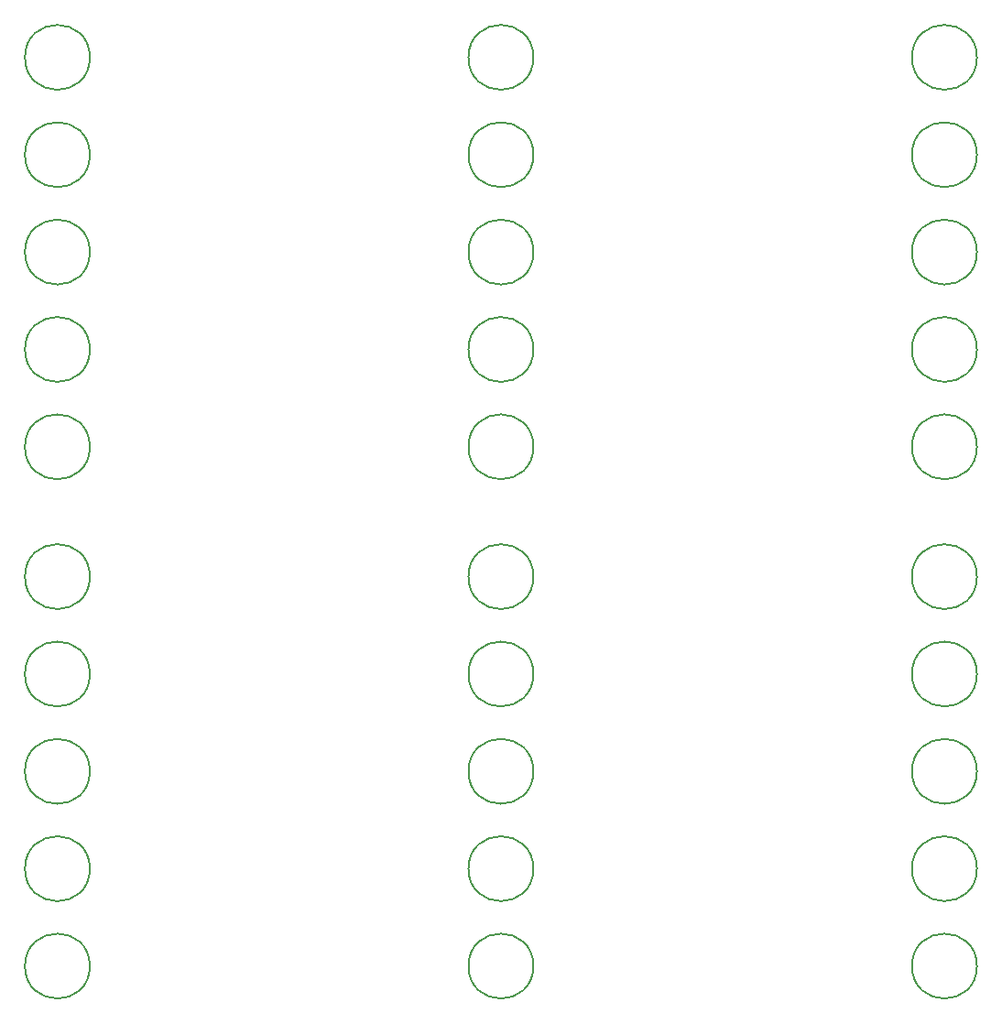
<source format=gbo>
G04 #@! TF.GenerationSoftware,KiCad,Pcbnew,(6.0.11)*
G04 #@! TF.CreationDate,2023-02-11T18:44:03+01:00*
G04 #@! TF.ProjectId,udb-s-panel,7564622d-732d-4706-916e-656c2e6b6963,rev?*
G04 #@! TF.SameCoordinates,Original*
G04 #@! TF.FileFunction,Legend,Bot*
G04 #@! TF.FilePolarity,Positive*
%FSLAX46Y46*%
G04 Gerber Fmt 4.6, Leading zero omitted, Abs format (unit mm)*
G04 Created by KiCad (PCBNEW (6.0.11)) date 2023-02-11 18:44:03*
%MOMM*%
%LPD*%
G01*
G04 APERTURE LIST*
%ADD10C,0.200000*%
G04 APERTURE END LIST*
D10*
X12498602Y94500019D02*
G75*
G03*
X12498602Y94500019I-3000000J0D01*
G01*
X53498603Y94500019D02*
G75*
G03*
X53498603Y94500019I-3000000J0D01*
G01*
X94498604Y94500019D02*
G75*
G03*
X94498604Y94500019I-3000000J0D01*
G01*
X12498602Y85500017D02*
G75*
G03*
X12498602Y85500017I-3000000J0D01*
G01*
X53498603Y85500017D02*
G75*
G03*
X53498603Y85500017I-3000000J0D01*
G01*
X94498604Y85500017D02*
G75*
G03*
X94498604Y85500017I-3000000J0D01*
G01*
X12498602Y76500015D02*
G75*
G03*
X12498602Y76500015I-3000000J0D01*
G01*
X53498603Y76500015D02*
G75*
G03*
X53498603Y76500015I-3000000J0D01*
G01*
X94498604Y76500015D02*
G75*
G03*
X94498604Y76500015I-3000000J0D01*
G01*
X12498602Y67500013D02*
G75*
G03*
X12498602Y67500013I-3000000J0D01*
G01*
X53498603Y67500013D02*
G75*
G03*
X53498603Y67500013I-3000000J0D01*
G01*
X94498604Y67500013D02*
G75*
G03*
X94498604Y67500013I-3000000J0D01*
G01*
X12498602Y58500011D02*
G75*
G03*
X12498602Y58500011I-3000000J0D01*
G01*
X53498603Y58500011D02*
G75*
G03*
X53498603Y58500011I-3000000J0D01*
G01*
X94498604Y58500011D02*
G75*
G03*
X94498604Y58500011I-3000000J0D01*
G01*
X12498602Y46500009D02*
G75*
G03*
X12498602Y46500009I-3000000J0D01*
G01*
X53498603Y46500009D02*
G75*
G03*
X53498603Y46500009I-3000000J0D01*
G01*
X94498604Y46500009D02*
G75*
G03*
X94498604Y46500009I-3000000J0D01*
G01*
X12498602Y37500007D02*
G75*
G03*
X12498602Y37500007I-3000000J0D01*
G01*
X53498603Y37500007D02*
G75*
G03*
X53498603Y37500007I-3000000J0D01*
G01*
X94498604Y37500007D02*
G75*
G03*
X94498604Y37500007I-3000000J0D01*
G01*
X12498602Y28500005D02*
G75*
G03*
X12498602Y28500005I-3000000J0D01*
G01*
X53498603Y28500005D02*
G75*
G03*
X53498603Y28500005I-3000000J0D01*
G01*
X94498604Y28500005D02*
G75*
G03*
X94498604Y28500005I-3000000J0D01*
G01*
X12498602Y19500003D02*
G75*
G03*
X12498602Y19500003I-3000000J0D01*
G01*
X53498603Y19500003D02*
G75*
G03*
X53498603Y19500003I-3000000J0D01*
G01*
X94498604Y19500003D02*
G75*
G03*
X94498604Y19500003I-3000000J0D01*
G01*
X12498602Y10500001D02*
G75*
G03*
X12498602Y10500001I-3000000J0D01*
G01*
X53498603Y10500001D02*
G75*
G03*
X53498603Y10500001I-3000000J0D01*
G01*
X94498604Y10500001D02*
G75*
G03*
X94498604Y10500001I-3000000J0D01*
G01*
M02*

</source>
